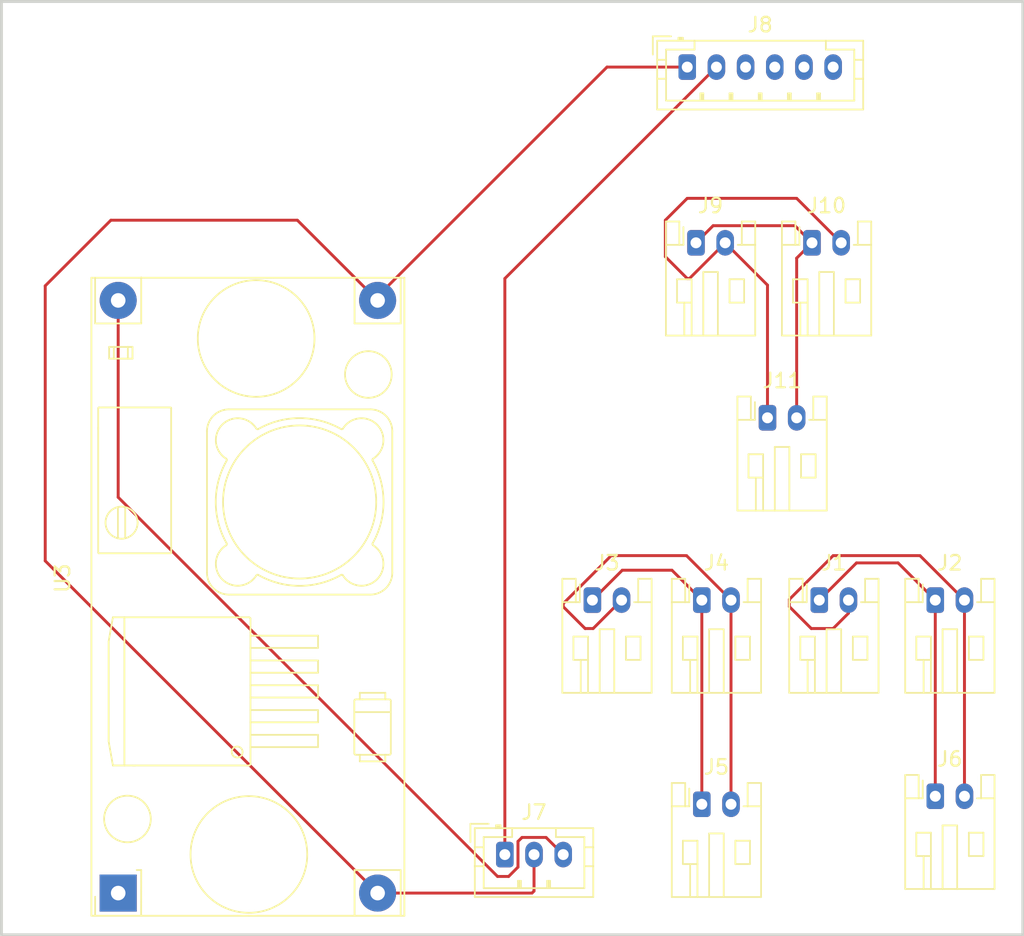
<source format=kicad_pcb>
(kicad_pcb (version 20240108) (generator "pcbnew") (generator_version "8.0")
  (layers (0 "F.Cu" signal) (31 "B.Cu" signal) (34 "B.Paste" user) (35 "F.Paste" user) (36 "B.SilkS" user "B.Silkscreen") (37 "F.SilkS" user "F.Silkscreen") (38 "B.Mask" user) (39 "F.Mask" user) (44 "Edge.Cuts" user))
  (net 0 "")
  (net 1 "GND")
  (net 2 "+5V")
  (net 3 "Net-(J1-Pin_2)")
  (net 4 "Net-(J1-Pin_1)")
  (net 5 "Net-(J3-Pin_1)")
  (net 6 "Net-(J3-Pin_2)")
  (net 7 "+6V")
  (net 8 "VCC")
  (net 9 "IN3")
  (net 10 "IN1")
  (net 11 "IN2")
  (net 12 "IN4")
  (net 13 "Net-(J10-Pin_2)")
  (net 14 "Net-(J10-Pin_1)")
  (footprint "Connector_JST:JST_PH_S2B-PH-K_1x02_P2.00mm_Horizontal" (layer "F.Cu") (at 148 125.05)
    (property "Reference" "J4" (at 1 -2.55 0) (layer "F.SilkS"))
    (property "Value" "R2")
    (fp_line (start -2.06 -1.46) (end -2.06 6.36) (stroke (width 0.12)) (layer "F.SilkS"))
    (fp_line (start -2.06 0.14) (end -1.14 0.14) (stroke (width 0.12)) (layer "F.SilkS"))
    (fp_line (start -2.06 6.36) (end 4.06 6.36) (stroke (width 0.12)) (layer "F.SilkS"))
    (fp_line (start -1.3 2.5) (end -1.3 4.1) (stroke (width 0.12)) (layer "F.SilkS"))
    (fp_line (start -1.3 4.1) (end -0.3 4.1) (stroke (width 0.12)) (layer "F.SilkS"))
    (fp_line (start -1.14 -1.46) (end -2.06 -1.46) (stroke (width 0.12)) (layer "F.SilkS"))
    (fp_line (start -1.14 0.14) (end -1.14 -1.46) (stroke (width 0.12)) (layer "F.SilkS"))
    (fp_line (start -0.86 0.14) (end -1.14 0.14) (stroke (width 0.12)) (layer "F.SilkS"))
    (fp_line (start -0.86 0.14) (end -0.86 -1.075) (stroke (width 0.12)) (layer "F.SilkS"))
    (fp_line (start -0.8 4.1) (end -0.8 6.36) (stroke (width 0.12)) (layer "F.SilkS"))
    (fp_line (start -0.3 2.5) (end -1.3 2.5) (stroke (width 0.12)) (layer "F.SilkS"))
    (fp_line (start -0.3 4.1) (end -0.3 2.5) (stroke (width 0.12)) (layer "F.SilkS"))
    (fp_line (start -0.3 4.1) (end -0.3 6.36) (stroke (width 0.12)) (layer "F.SilkS"))
    (fp_line (start 0.5 2) (end 1.5 2) (stroke (width 0.12)) (layer "F.SilkS"))
    (fp_line (start 0.5 6.36) (end 0.5 2) (stroke (width 0.12)) (layer "F.SilkS"))
    (fp_line (start 1.5 2) (end 1.5 6.36) (stroke (width 0.12)) (layer "F.SilkS"))
    (fp_line (start 2.3 2.5) (end 3.3 2.5) (stroke (width 0.12)) (layer "F.SilkS"))
    (fp_line (start 2.3 4.1) (end 2.3 2.5) (stroke (width 0.12)) (layer "F.SilkS"))
    (fp_line (start 3.14 -1.46) (end 3.14 0.14) (stroke (width 0.12)) (layer "F.SilkS"))
    (fp_line (start 3.14 0.14) (end 2.86 0.14) (stroke (width 0.12)) (layer "F.SilkS"))
    (fp_line (start 3.3 2.5) (end 3.3 4.1) (stroke (width 0.12)) (layer "F.SilkS"))
    (fp_line (start 3.3 4.1) (end 2.3 4.1) (stroke (width 0.12)) (layer "F.SilkS"))
    (fp_line (start 4.06 -1.46) (end 3.14 -1.46) (stroke (width 0.12)) (layer "F.SilkS"))
    (fp_line (start 4.06 0.14) (end 3.14 0.14) (stroke (width 0.12)) (layer "F.SilkS"))
    (fp_line (start 4.06 6.36) (end 4.06 -1.46) (stroke (width 0.12)) (layer "F.SilkS"))
    (pad "1" thru_hole roundrect (at 0 0) (size 1.2 1.75) (drill 0.75) (layers "*.Cu" "*.Mask") (roundrect_rratio 0.208333) (net 5 "Net-(J3-Pin_1)"))
    (pad "2" thru_hole oval (at 2 0) (size 1.2 1.75) (drill 0.75) (layers "*.Cu" "*.Mask") (net 6 "Net-(J3-Pin_2)"))
  )
  (footprint "Connector_JST:JST_PH_S2B-PH-K_1x02_P2.00mm_Horizontal" (layer "F.Cu") (at 156.05 125.05)
    (property "Reference" "J1" (at 1 -2.55 0) (layer "F.SilkS"))
    (property "Value" "L1")
    (fp_line (start -2.06 -1.46) (end -2.06 6.36) (stroke (width 0.12)) (layer "F.SilkS"))
    (fp_line (start -2.06 0.14) (end -1.14 0.14) (stroke (width 0.12)) (layer "F.SilkS"))
    (fp_line (start -2.06 6.36) (end 4.06 6.36) (stroke (width 0.12)) (layer "F.SilkS"))
    (fp_line (start -1.3 2.5) (end -1.3 4.1) (stroke (width 0.12)) (layer "F.SilkS"))
    (fp_line (start -1.3 4.1) (end -0.3 4.1) (stroke (width 0.12)) (layer "F.SilkS"))
    (fp_line (start -1.14 -1.46) (end -2.06 -1.46) (stroke (width 0.12)) (layer "F.SilkS"))
    (fp_line (start -1.14 0.14) (end -1.14 -1.46) (stroke (width 0.12)) (layer "F.SilkS"))
    (fp_line (start -0.86 0.14) (end -1.14 0.14) (stroke (width 0.12)) (layer "F.SilkS"))
    (fp_line (start -0.86 0.14) (end -0.86 -1.075) (stroke (width 0.12)) (layer "F.SilkS"))
    (fp_line (start -0.8 4.1) (end -0.8 6.36) (stroke (width 0.12)) (layer "F.SilkS"))
    (fp_line (start -0.3 2.5) (end -1.3 2.5) (stroke (width 0.12)) (layer "F.SilkS"))
    (fp_line (start -0.3 4.1) (end -0.3 2.5) (stroke (width 0.12)) (layer "F.SilkS"))
    (fp_line (start -0.3 4.1) (end -0.3 6.36) (stroke (width 0.12)) (layer "F.SilkS"))
    (fp_line (start 0.5 2) (end 1.5 2) (stroke (width 0.12)) (layer "F.SilkS"))
    (fp_line (start 0.5 6.36) (end 0.5 2) (stroke (width 0.12)) (layer "F.SilkS"))
    (fp_line (start 1.5 2) (end 1.5 6.36) (stroke (width 0.12)) (layer "F.SilkS"))
    (fp_line (start 2.3 2.5) (end 3.3 2.5) (stroke (width 0.12)) (layer "F.SilkS"))
    (fp_line (start 2.3 4.1) (end 2.3 2.5) (stroke (width 0.12)) (layer "F.SilkS"))
    (fp_line (start 3.14 -1.46) (end 3.14 0.14) (stroke (width 0.12)) (layer "F.SilkS"))
    (fp_line (start 3.14 0.14) (end 2.86 0.14) (stroke (width 0.12)) (layer "F.SilkS"))
    (fp_line (start 3.3 2.5) (end 3.3 4.1) (stroke (width 0.12)) (layer "F.SilkS"))
    (fp_line (start 3.3 4.1) (end 2.3 4.1) (stroke (width 0.12)) (layer "F.SilkS"))
    (fp_line (start 4.06 -1.46) (end 3.14 -1.46) (stroke (width 0.12)) (layer "F.SilkS"))
    (fp_line (start 4.06 0.14) (end 3.14 0.14) (stroke (width 0.12)) (layer "F.SilkS"))
    (fp_line (start 4.06 6.36) (end 4.06 -1.46) (stroke (width 0.12)) (layer "F.SilkS"))
    (pad "1" thru_hole roundrect (at 0 0) (size 1.2 1.75) (drill 0.75) (layers "*.Cu" "*.Mask") (roundrect_rratio 0.208333) (net 4 "Net-(J1-Pin_1)"))
    (pad "2" thru_hole oval (at 2 0) (size 1.2 1.75) (drill 0.75) (layers "*.Cu" "*.Mask") (net 3 "Net-(J1-Pin_2)"))
  )
  (footprint "Connector_JST:JST_PH_S2B-PH-K_1x02_P2.00mm_Horizontal" (layer "F.Cu") (at 164 138.5)
    (property "Reference" "J6" (at 1 -2.55 0) (layer "F.SilkS"))
    (property "Value" "L1+2")
    (fp_line (start -2.06 -1.46) (end -2.06 6.36) (stroke (width 0.12)) (layer "F.SilkS"))
    (fp_line (start -2.06 0.14) (end -1.14 0.14) (stroke (width 0.12)) (layer "F.SilkS"))
    (fp_line (start -2.06 6.36) (end 4.06 6.36) (stroke (width 0.12)) (layer "F.SilkS"))
    (fp_line (start -1.3 2.5) (end -1.3 4.1) (stroke (width 0.12)) (layer "F.SilkS"))
    (fp_line (start -1.3 4.1) (end -0.3 4.1) (stroke (width 0.12)) (layer "F.SilkS"))
    (fp_line (start -1.14 -1.46) (end -2.06 -1.46) (stroke (width 0.12)) (layer "F.SilkS"))
    (fp_line (start -1.14 0.14) (end -1.14 -1.46) (stroke (width 0.12)) (layer "F.SilkS"))
    (fp_line (start -0.86 0.14) (end -1.14 0.14) (stroke (width 0.12)) (layer "F.SilkS"))
    (fp_line (start -0.86 0.14) (end -0.86 -1.075) (stroke (width 0.12)) (layer "F.SilkS"))
    (fp_line (start -0.8 4.1) (end -0.8 6.36) (stroke (width 0.12)) (layer "F.SilkS"))
    (fp_line (start -0.3 2.5) (end -1.3 2.5) (stroke (width 0.12)) (layer "F.SilkS"))
    (fp_line (start -0.3 4.1) (end -0.3 2.5) (stroke (width 0.12)) (layer "F.SilkS"))
    (fp_line (start -0.3 4.1) (end -0.3 6.36) (stroke (width 0.12)) (layer "F.SilkS"))
    (fp_line (start 0.5 2) (end 1.5 2) (stroke (width 0.12)) (layer "F.SilkS"))
    (fp_line (start 0.5 6.36) (end 0.5 2) (stroke (width 0.12)) (layer "F.SilkS"))
    (fp_line (start 1.5 2) (end 1.5 6.36) (stroke (width 0.12)) (layer "F.SilkS"))
    (fp_line (start 2.3 2.5) (end 3.3 2.5) (stroke (width 0.12)) (layer "F.SilkS"))
    (fp_line (start 2.3 4.1) (end 2.3 2.5) (stroke (width 0.12)) (layer "F.SilkS"))
    (fp_line (start 3.14 -1.46) (end 3.14 0.14) (stroke (width 0.12)) (layer "F.SilkS"))
    (fp_line (start 3.14 0.14) (end 2.86 0.14) (stroke (width 0.12)) (layer "F.SilkS"))
    (fp_line (start 3.3 2.5) (end 3.3 4.1) (stroke (width 0.12)) (layer "F.SilkS"))
    (fp_line (start 3.3 4.1) (end 2.3 4.1) (stroke (width 0.12)) (layer "F.SilkS"))
    (fp_line (start 4.06 -1.46) (end 3.14 -1.46) (stroke (width 0.12)) (layer "F.SilkS"))
    (fp_line (start 4.06 0.14) (end 3.14 0.14) (stroke (width 0.12)) (layer "F.SilkS"))
    (fp_line (start 4.06 6.36) (end 4.06 -1.46) (stroke (width 0.12)) (layer "F.SilkS"))
    (pad "1" thru_hole roundrect (at 0 0) (size 1.2 1.75) (drill 0.75) (layers "*.Cu" "*.Mask") (roundrect_rratio 0.208333) (net 4 "Net-(J1-Pin_1)"))
    (pad "2" thru_hole oval (at 2 0) (size 1.2 1.75) (drill 0.75) (layers "*.Cu" "*.Mask") (net 3 "Net-(J1-Pin_2)"))
  )
  (footprint "Connector_JST:JST_PH_S2B-PH-K_1x02_P2.00mm_Horizontal" (layer "F.Cu") (at 164 125.05)
    (property "Reference" "J2" (at 1 -2.55 0) (layer "F.SilkS"))
    (property "Value" "L2")
    (fp_line (start -2.06 -1.46) (end -2.06 6.36) (stroke (width 0.12)) (layer "F.SilkS"))
    (fp_line (start -2.06 0.14) (end -1.14 0.14) (stroke (width 0.12)) (layer "F.SilkS"))
    (fp_line (start -2.06 6.36) (end 4.06 6.36) (stroke (width 0.12)) (layer "F.SilkS"))
    (fp_line (start -1.3 2.5) (end -1.3 4.1) (stroke (width 0.12)) (layer "F.SilkS"))
    (fp_line (start -1.3 4.1) (end -0.3 4.1) (stroke (width 0.12)) (layer "F.SilkS"))
    (fp_line (start -1.14 -1.46) (end -2.06 -1.46) (stroke (width 0.12)) (layer "F.SilkS"))
    (fp_line (start -1.14 0.14) (end -1.14 -1.46) (stroke (width 0.12)) (layer "F.SilkS"))
    (fp_line (start -0.86 0.14) (end -1.14 0.14) (stroke (width 0.12)) (layer "F.SilkS"))
    (fp_line (start -0.86 0.14) (end -0.86 -1.075) (stroke (width 0.12)) (layer "F.SilkS"))
    (fp_line (start -0.8 4.1) (end -0.8 6.36) (stroke (width 0.12)) (layer "F.SilkS"))
    (fp_line (start -0.3 2.5) (end -1.3 2.5) (stroke (width 0.12)) (layer "F.SilkS"))
    (fp_line (start -0.3 4.1) (end -0.3 2.5) (stroke (width 0.12)) (layer "F.SilkS"))
    (fp_line (start -0.3 4.1) (end -0.3 6.36) (stroke (width 0.12)) (layer "F.SilkS"))
    (fp_line (start 0.5 2) (end 1.5 2) (stroke (width 0.12)) (layer "F.SilkS"))
    (fp_line (start 0.5 6.36) (end 0.5 2) (stroke (width 0.12)) (layer "F.SilkS"))
    (fp_line (start 1.5 2) (end 1.5 6.36) (stroke (width 0.12)) (layer "F.SilkS"))
    (fp_line (start 2.3 2.5) (end 3.3 2.5) (stroke (width 0.12)) (layer "F.SilkS"))
    (fp_line (start 2.3 4.1) (end 2.3 2.5) (stroke (width 0.12)) (layer "F.SilkS"))
    (fp_line (start 3.14 -1.46) (end 3.14 0.14) (stroke (width 0.12)) (layer "F.SilkS"))
    (fp_line (start 3.14 0.14) (end 2.86 0.14) (stroke (width 0.12)) (layer "F.SilkS"))
    (fp_line (start 3.3 2.5) (end 3.3 4.1) (stroke (width 0.12)) (layer "F.SilkS"))
    (fp_line (start 3.3 4.1) (end 2.3 4.1) (stroke (width 0.12)) (layer "F.SilkS"))
    (fp_line (start 4.06 -1.46) (end 3.14 -1.46) (stroke (width 0.12)) (layer "F.SilkS"))
    (fp_line (start 4.06 0.14) (end 3.14 0.14) (stroke (width 0.12)) (layer "F.SilkS"))
    (fp_line (start 4.06 6.36) (end 4.06 -1.46) (stroke (width 0.12)) (layer "F.SilkS"))
    (pad "1" thru_hole roundrect (at 0 0) (size 1.2 1.75) (drill 0.75) (layers "*.Cu" "*.Mask") (roundrect_rratio 0.208333) (net 4 "Net-(J1-Pin_1)"))
    (pad "2" thru_hole oval (at 2 0) (size 1.2 1.75) (drill 0.75) (layers "*.Cu" "*.Mask") (net 3 "Net-(J1-Pin_2)"))
  )
  (footprint "lm2596:YAAJ_DCDC_StepDown_LM2596" (layer "F.Cu") (at 108 145.14 90)
    (property "Reference" "U3" (at 21.59 -3.81 90) (layer "F.SilkS"))
    (property "Value" "YAAJ_DCDC_StepDown_LM2596")
    (fp_line (start 42.195 -1.835) (end -1.555 -1.835) (stroke (width 0.12)) (layer "F.SilkS"))
    (fp_line (start -1.555 -1.835) (end -1.555 19.615) (stroke (width 0.12)) (layer "F.SilkS"))
    (fp_line (start 39.06 -1.58) (end 42.175 -1.58) (stroke (width 0.12)) (layer "F.SilkS"))
    (fp_line (start -1.55 -1.58) (end -0.25 -1.58) (stroke (width 0.12)) (layer "F.SilkS"))
    (fp_line (start 31.942312 -1.368705) (end 31.908357 -1.368705) (stroke (width 0.12)) (layer "F.SilkS"))
    (fp_line (start 31.858978 -1.368705) (end 31.814106 -1.368705) (stroke (width 0.12)) (layer "F.SilkS"))
    (fp_line (start 23.349783 -1.367705) (end 33.249783 -1.367705) (stroke (width 0.12)) (layer "F.SilkS"))
    (fp_line (start 33.299783 -1.317705) (end 33.299783 3.582294) (stroke (width 0.12)) (layer "F.SilkS"))
    (fp_line (start 17.260233 -0.653329) (end 18.910233 -0.36239) (stroke (width 0.12)) (layer "F.SilkS"))
    (fp_line (start 10.400233 -0.653329) (end 17.260233 -0.653329) (stroke (width 0.12)) (layer "F.SilkS"))
    (fp_line (start 37.448681 -0.619704) (end 36.648681 -0.619704) (stroke (width 0.12)) (layer "F.SilkS"))
    (fp_line (start 37.448681 -0.619704) (end 37.448681 0.980295) (stroke (width 0.12)) (layer "F.SilkS"))
    (fp_line (start 8.750233 -0.36239) (end 10.400233 -0.653329) (stroke (width 0.12)) (layer "F.SilkS"))
    (fp_line (start 36.648681 -0.299704) (end 37.448681 -0.299704) (stroke (width 0.12)) (layer "F.SilkS"))
    (fp_line (start 24.336385 -0.0491) (end 24.360553 -0.017705) (stroke (width 0.12)) (layer "F.SilkS"))
    (fp_line (start 26.439014 -0.017705) (end 24.360553 -0.017705) (stroke (width 0.12)) (layer "F.SilkS"))
    (fp_line (start 24.348594 0.007294) (end 24.355764 -0.023925) (stroke (width 0.12)) (layer "F.SilkS"))
    (fp_line (start 24.348594 0.007294) (end 24.360553 -0.017705) (stroke (width 0.12)) (layer "F.SilkS"))
    (fp_line (start 24.348594 0.007294) (end 24.324147 0.002062) (stroke (width 0.12)) (layer "F.SilkS"))
    (fp_line (start 18.910233 0.42667) (end 8.750233 0.42667) (stroke (width 0.12)) (layer "F.SilkS"))
    (fp_line (start 24.360553 0.482294) (end 26.439014 0.482294) (stroke (width 0.12)) (layer "F.SilkS"))
    (fp_line (start 37.448681 0.660295) (end 36.648681 0.660295) (stroke (width 0.12)) (layer "F.SilkS"))
    (fp_line (start 37.448681 0.980295) (end 36.648681 0.980295) (stroke (width 0.12)) (layer "F.SilkS"))
    (fp_line (start 36.648681 0.980295) (end 36.648681 -0.619704) (stroke (width 0.12)) (layer "F.SilkS"))
    (fp_line (start 8.749233 1.004149) (end 8.749233 1.165687) (stroke (width 0.12)) (layer "F.SilkS"))
    (fp_line (start 1.58 1.27) (end 1.58 1.58) (stroke (width 0.12)) (layer "F.SilkS"))
    (fp_line (start -1.55 1.575) (end 1.58 1.58) (stroke (width 0.12)) (layer "F.SilkS"))
    (fp_line (start 39.06 1.58) (end 39.06 -1.58) (stroke (width 0.12)) (layer "F.SilkS"))
    (fp_line (start 39.06 1.58) (end 42.22 1.58) (stroke (width 0.12)) (layer "F.SilkS"))
    (fp_line (start 23.299783 3.582294) (end 23.299783 -1.317705) (stroke (width 0.12)) (layer "F.SilkS"))
    (fp_line (start 33.249783 3.632294) (end 23.349783 3.632294) (stroke (width 0.12)) (layer "F.SilkS"))
    (fp_line (start 31.667397 6.085796) (end 21.967397 6.085796) (stroke (width 0.12)) (layer "F.SilkS"))
    (fp_line (start 20.467397 7.585796) (end 20.467397 17.285796) (stroke (width 0.12)) (layer "F.SilkS"))
    (fp_line (start 18.910233 8.989106) (end 18.910233 -0.36239) (stroke (width 0.12)) (layer "F.SilkS"))
    (fp_line (start 8.750233 8.989106) (end 8.750233 -0.36239) (stroke (width 0.12)) (layer "F.SilkS"))
    (fp_line (start 8.750233 8.989106) (end 8.827797 9.06667) (stroke (width 0.12)) (layer "F.SilkS"))
    (fp_line (start 18.83267 9.06667) (end 18.910233 8.989106) (stroke (width 0.12)) (layer "F.SilkS"))
    (fp_line (start 8.827797 9.06667) (end 18.83267 9.06667) (stroke (width 0.12)) (layer "F.SilkS"))
    (fp_line (start 17.650233 13.69667) (end 17.650233 9.06667) (stroke (width 0.12)) (layer "F.SilkS"))
    (fp_line (start 16.810233 13.69667) (end 16.810233 9.06667) (stroke (width 0.12)) (layer "F.SilkS"))
    (fp_line (start 16.810233 13.69667) (end 17.650233 13.69667) (stroke (width 0.12)) (layer "F.SilkS"))
    (fp_line (start 15.950233 13.69667) (end 15.950233 9.06667) (stroke (width 0.12)) (layer "F.SilkS"))
    (fp_line (start 15.110233 13.69667) (end 15.110233 9.06667) (stroke (width 0.12)) (layer "F.SilkS"))
    (fp_line (start 15.110233 13.69667) (end 15.950233 13.69667) (stroke (width 0.12)) (layer "F.SilkS"))
    (fp_line (start 14.250233 13.69667) (end 14.250233 9.06667) (stroke (width 0.12)) (layer "F.SilkS"))
    (fp_line (start 13.410233 13.69667) (end 13.410233 9.06667) (stroke (width 0.12)) (layer "F.SilkS"))
    (fp_line (start 13.410233 13.69667) (end 14.250233 13.69667) (stroke (width 0.12)) (layer "F.SilkS"))
    (fp_line (start 12.550233 13.69667) (end 12.550233 9.06667) (stroke (width 0.12)) (layer "F.SilkS"))
    (fp_line (start 11.710233 13.69667) (end 11.710233 9.06667) (stroke (width 0.12)) (layer "F.SilkS"))
    (fp_line (start 11.710233 13.69667) (end 12.550233 13.69667) (stroke (width 0.12)) (layer "F.SilkS"))
    (fp_line (start 10.850233 13.69667) (end 10.850233 9.06667) (stroke (width 0.12)) (layer "F.SilkS"))
    (fp_line (start 10.010233 13.69667) (end 10.010233 9.06667) (stroke (width 0.12)) (layer "F.SilkS"))
    (fp_line (start 10.010233 13.69667) (end 10.850233 13.69667) (stroke (width 0.12)) (layer "F.SilkS"))
    (fp_line (start 9.581636 16.183217) (end 13.181636 16.183217) (stroke (width 0.12)) (layer "F.SilkS"))
    (fp_line (start 39.06 16.2) (end 42.175 16.2) (stroke (width 0.12)) (layer "F.SilkS"))
    (fp_line (start 1.58 16.2) (end 1.58 19.36) (stroke (width 0.12)) (layer "F.SilkS"))
    (fp_line (start -1.55 16.2) (end 1.58 16.2) (stroke (width 0.12)) (layer "F.SilkS"))
    (fp_line (start 13.281636 16.283217) (end 13.281636 18.583217) (stroke (width 0.12)) (layer "F.SilkS"))
    (fp_line (start 12.411358 16.283217) (end 12.411358 18.583217) (stroke (width 0.12)) (layer "F.SilkS"))
    (fp_line (start 13.731636 16.558217) (end 13.731636 18.308217) (stroke (width 0.12)) (layer "F.SilkS"))
    (fp_line (start 13.281636 16.558217) (end 13.731636 16.558217) (stroke (width 0.12)) (layer "F.SilkS"))
    (fp_line (start 9.031636 16.558217) (end 9.481636 16.558217) (stroke (width 0.12)) (layer "F.SilkS"))
    (fp_line (start 13.282636 16.794696) (end 13.282636 16.700144) (stroke (width 0.12)) (layer "F.SilkS"))
    (fp_line (start 33.167397 17.285796) (end 33.167397 7.585796) (stroke (width 0.12)) (layer "F.SilkS"))
    (fp_line (start 13.731636 18.308217) (end 13.281636 18.308217) (stroke (width 0.12)) (layer "F.SilkS"))
    (fp_line (start 9.481636 18.308217) (end 9.031636 18.308217) (stroke (width 0.12)) (layer "F.SilkS"))
    (fp_line (start 9.031636 18.308217) (end 9.031636 16.558217) (stroke (width 0.12)) (layer "F.SilkS"))
    (fp_line (start 9.481636 18.583217) (end 9.481636 16.283217) (stroke (width 0.12)) (layer "F.SilkS"))
    (fp_line (start 13.181636 18.683217) (end 9.581636 18.683217) (stroke (width 0.12)) (layer "F.SilkS"))
    (fp_line (start 21.967397 18.785796) (end 31.667397 18.785796) (stroke (width 0.12)) (layer "F.SilkS"))
    (fp_line (start 39.06 19.36) (end 39.06 16.2) (stroke (width 0.12)) (layer "F.SilkS"))
    (fp_line (start 39.06 19.36) (end 42.175 19.36) (stroke (width 0.12)) (layer "F.SilkS"))
    (fp_line (start -1.55 19.36) (end 1.58 19.36) (stroke (width 0.12)) (layer "F.SilkS"))
    (fp_line (start 42.195 19.615) (end 42.195 -1.835) (stroke (width 0.12)) (layer "F.SilkS"))
    (fp_line (start -1.555 19.615) (end 42.195 19.615) (stroke (width 0.12)) (layer "F.SilkS"))
    (fp_arc (start 33.249783 -1.367705) (mid 33.285151 -1.353067) (end 33.299783 -1.317705) (stroke (width 0.12)) (layer "F.SilkS"))
    (fp_arc (start 23.299783 -1.317705) (mid 23.314428 -1.353063) (end 23.349783 -1.367705) (stroke (width 0.12)) (layer "F.SilkS"))
    (fp_arc (start 24.324148 0.462527) (mid 26.469639 -0.023582) (end 24.336385 0.51369) (stroke (width 0.12)) (layer "F.SilkS"))
    (fp_arc (start 33.299783 3.582294) (mid 33.285139 3.617647) (end 33.249783 3.632294) (stroke (width 0.12)) (layer "F.SilkS"))
    (fp_arc (start 23.349783 3.632294) (mid 23.314441 3.617643) (end 23.299783 3.582294) (stroke (width 0.12)) (layer "F.SilkS"))
    (fp_arc (start 31.667397 6.085796) (mid 32.728061 6.525135) (end 33.167397 7.585796) (stroke (width 0.12)) (layer "F.SilkS"))
    (fp_arc (start 29.787183 7.399531) (mid 29.726945 7.443551) (end 29.653011 7.433617) (stroke (width 0.12)) (layer "F.SilkS"))
    (fp_arc (start 29.787183 7.399531) (mid 32.120655 7.132547) (end 31.853662 9.466011) (stroke (width 0.12)) (layer "F.SilkS"))
    (fp_arc (start 23.981784 7.433617) (mid 26.817398 6.685796) (end 29.653011 7.433617) (stroke (width 0.12)) (layer "F.SilkS"))
    (fp_arc (start 23.981783 7.433617) (mid 23.907859 7.44352) (end 23.847611 7.399531) (stroke (width 0.12)) (layer "F.SilkS"))
    (fp_arc (start 20.467397 7.585796) (mid 20.906738 6.525137) (end 21.967397 6.085796) (stroke (width 0.12)) (layer "F.SilkS"))
    (fp_arc (start 21.781131 9.46601) (mid 21.825155 9.526249) (end 21.815218 9.600183) (stroke (width 0.12)) (layer "F.SilkS"))
    (fp_arc (start 21.781132 9.466011) (mid 21.514101 7.132501) (end 23.847611 7.399531) (stroke (width 0.12)) (layer "F.SilkS"))
    (fp_arc (start 31.819576 9.600183) (mid 32.567399 12.435797) (end 31.819576 15.27141) (stroke (width 0.12)) (layer "F.SilkS"))
    (fp_arc (start 31.819577 9.600184) (mid 31.809674 9.526259) (end 31.853662 9.466011) (stroke (width 0.12)) (layer "F.SilkS"))
    (fp_arc (start 21.815217 15.271409) (mid 21.825126 15.345337) (end 21.781132 15.405582) (stroke (width 0.12)) (layer "F.SilkS"))
    (fp_arc (start 21.815218 15.27141) (mid 21.067399 12.435797) (end 21.815218 9.600183) (stroke (width 0.12)) (layer "F.SilkS"))
    (fp_arc (start 31.853662 15.405582) (mid 32.120701 17.739101) (end 29.787183 17.472062) (stroke (width 0.12)) (layer "F.SilkS"))
    (fp_arc (start 31.853663 15.405583) (mid 31.809646 15.345344) (end 31.819576 15.27141) (stroke (width 0.12)) (layer "F.SilkS"))
    (fp_arc (start 13.181636 16.183217) (mid 13.252317 16.21252) (end 13.281636 16.283217) (stroke (width 0.12)) (layer "F.SilkS"))
    (fp_arc (start 9.481636 16.283217) (mid 9.510921 16.212508) (end 9.581636 16.183217) (stroke (width 0.12)) (layer "F.SilkS"))
    (fp_arc (start 33.167397 17.285796) (mid 32.728058 18.346458) (end 31.667397 18.785796) (stroke (width 0.12)) (layer "F.SilkS"))
    (fp_arc (start 29.653011 17.437976) (mid 26.817397 18.185797) (end 23.981783 17.437976) (stroke (width 0.12)) (layer "F.SilkS"))
    (fp_arc (start 29.653011 17.437976) (mid 29.726938 17.428069) (end 29.787183 17.472062) (stroke (width 0.12)) (layer "F.SilkS"))
    (fp_arc (start 23.847611 17.472062) (mid 21.514153 17.739048) (end 21.781132 15.405582) (stroke (width 0.12)) (layer "F.SilkS"))
    (fp_arc (start 23.847611 17.472062) (mid 23.90785 17.428041) (end 23.981783 17.437976) (stroke (width 0.12)) (layer "F.SilkS"))
    (fp_arc (start 13.281636 18.583217) (mid 13.252343 18.653929) (end 13.181636 18.683217) (stroke (width 0.12)) (layer "F.SilkS"))
    (fp_arc (start 9.581636 18.683217) (mid 9.510896 18.653941) (end 9.481636 18.583217) (stroke (width 0.12)) (layer "F.SilkS"))
    (fp_arc (start 21.967397 18.785796) (mid 20.90674 18.346455) (end 20.467397 17.285796) (stroke (width 0.12)) (layer "F.SilkS"))
    (fp_circle (center 5.08 0.635) (end 6.678999 0.635) (stroke (width 0.12)) (fill none) (layer "F.SilkS"))
    (fp_circle (center 9.673179 8.154594) (end 10.048179 8.154594) (stroke (width 0.12)) (fill none) (layer "F.SilkS"))
    (fp_circle (center 2.646666 8.957418) (end 6.646666 8.957418) (stroke (width 0.12)) (fill none) (layer "F.SilkS"))
    (fp_circle (center 38.029307 9.455206) (end 42.029307 9.455206) (stroke (width 0.12)) (fill none) (layer "F.SilkS"))
    (fp_circle (center 26.817397 12.435796) (end 32.067397 12.435796) (stroke (width 0.12)) (fill none) (layer "F.SilkS"))
    (fp_circle (center 35.56 17.145) (end 37.159 17.145) (stroke (width 0.12)) (fill none) (layer "F.SilkS"))
    (pad "1" thru_hole rect (at 0 0 90) (size 2.54 2.54) (drill 1) (layers "*.Cu" "*.Mask") (net 8 "VCC"))
    (pad "2" thru_hole circle (at 0 17.78 90) (size 2.54 2.54) (drill 1) (layers "*.Cu" "*.Mask") (net 1 "GND"))
    (pad "3" thru_hole circle (at 40.64 17.78 90) (size 2.54 2.54) (drill 1) (layers "*.Cu" "*.Mask") (net 1 "GND"))
    (pad "4" thru_hole circle (at 40.64 0 90) (size 2.54 2.54) (drill 1) (layers "*.Cu" "*.Mask") (net 7 "+6V"))
  )
  (footprint "Connector_JST:JST_PH_S2B-PH-K_1x02_P2.00mm_Horizontal" (layer "F.Cu") (at 147.6 100.55)
    (property "Reference" "J9" (at 1 -2.55 0) (layer "F.SilkS"))
    (property "Value" "FL1")
    (fp_line (start -2.06 -1.46) (end -2.06 6.36) (stroke (width 0.12)) (layer "F.SilkS"))
    (fp_line (start -2.06 0.14) (end -1.14 0.14) (stroke (width 0.12)) (layer "F.SilkS"))
    (fp_line (start -2.06 6.36) (end 4.06 6.36) (stroke (width 0.12)) (layer "F.SilkS"))
    (fp_line (start -1.3 2.5) (end -1.3 4.1) (stroke (width 0.12)) (layer "F.SilkS"))
    (fp_line (start -1.3 4.1) (end -0.3 4.1) (stroke (width 0.12)) (layer "F.SilkS"))
    (fp_line (start -1.14 -1.46) (end -2.06 -1.46) (stroke (width 0.12)) (layer "F.SilkS"))
    (fp_line (start -1.14 0.14) (end -1.14 -1.46) (stroke (width 0.12)) (layer "F.SilkS"))
    (fp_line (start -0.86 0.14) (end -1.14 0.14) (stroke (width 0.12)) (layer "F.SilkS"))
    (fp_line (start -0.86 0.14) (end -0.86 -1.075) (stroke (width 0.12)) (layer "F.SilkS"))
    (fp_line (start -0.8 4.1) (end -0.8 6.36) (stroke (width 0.12)) (layer "F.SilkS"))
    (fp_line (start -0.3 2.5) (end -1.3 2.5) (stroke (width 0.12)) (layer "F.SilkS"))
    (fp_line (start -0.3 4.1) (end -0.3 2.5) (stroke (width 0.12)) (layer "F.SilkS"))
    (fp_line (start -0.3 4.1) (end -0.3 6.36) (stroke (width 0.12)) (layer "F.SilkS"))
    (fp_line (start 0.5 2) (end 1.5 2) (stroke (width 0.12)) (layer "F.SilkS"))
    (fp_line (start 0.5 6.36) (end 0.5 2) (stroke (width 0.12)) (layer "F.SilkS"))
    (fp_line (start 1.5 2) (end 1.5 6.36) (stroke (width 0.12)) (layer "F.SilkS"))
    (fp_line (start 2.3 2.5) (end 3.3 2.5) (stroke (width 0.12)) (layer "F.SilkS"))
    (fp_line (start 2.3 4.1) (end 2.3 2.5) (stroke (width 0.12)) (layer "F.SilkS"))
    (fp_line (start 3.14 -1.46) (end 3.14 0.14) (stroke (width 0.12)) (layer "F.SilkS"))
    (fp_line (start 3.14 0.14) (end 2.86 0.14) (stroke (width 0.12)) (layer "F.SilkS"))
    (fp_line (start 3.3 2.5) (end 3.3 4.1) (stroke (width 0.12)) (layer "F.SilkS"))
    (fp_line (start 3.3 4.1) (end 2.3 4.1) (stroke (width 0.12)) (layer "F.SilkS"))
    (fp_line (start 4.06 -1.46) (end 3.14 -1.46) (stroke (width 0.12)) (layer "F.SilkS"))
    (fp_line (start 4.06 0.14) (end 3.14 0.14) (stroke (width 0.12)) (layer "F.SilkS"))
    (fp_line (start 4.06 6.36) (end 4.06 -1.46) (stroke (width 0.12)) (layer "F.SilkS"))
    (pad "1" thru_hole roundrect (at 0 0) (size 1.2 1.75) (drill 0.75) (layers "*.Cu" "*.Mask") (roundrect_rratio 0.208333) (net 14 "Net-(J10-Pin_1)"))
    (pad "2" thru_hole oval (at 2 0) (size 1.2 1.75) (drill 0.75) (layers "*.Cu" "*.Mask") (net 13 "Net-(J10-Pin_2)"))
  )
  (footprint "Connector_JST:JST_PH_B3B-PH-K_1x03_P2.00mm_Vertical" (layer "F.Cu") (at 134.5 142.5)
    (property "Reference" "J7" (at 2 -2.9 0) (layer "F.SilkS"))
    (property "Value" "Conn_01x03")
    (fp_line (start -2.36 -2.11) (end -2.36 -0.86) (stroke (width 0.12)) (layer "F.SilkS"))
    (fp_line (start -2.06 -1.81) (end -2.06 2.91) (stroke (width 0.12)) (layer "F.SilkS"))
    (fp_line (start -2.06 -0.5) (end -1.45 -0.5) (stroke (width 0.12)) (layer "F.SilkS"))
    (fp_line (start -2.06 0.8) (end -1.45 0.8) (stroke (width 0.12)) (layer "F.SilkS"))
    (fp_line (start -2.06 2.91) (end 6.06 2.91) (stroke (width 0.12)) (layer "F.SilkS"))
    (fp_line (start -1.45 -1.2) (end -1.45 2.3) (stroke (width 0.12)) (layer "F.SilkS"))
    (fp_line (start -1.45 2.3) (end 5.45 2.3) (stroke (width 0.12)) (layer "F.SilkS"))
    (fp_line (start -1.11 -2.11) (end -2.36 -2.11) (stroke (width 0.12)) (layer "F.SilkS"))
    (fp_line (start -0.6 -2.01) (end -0.6 -1.81) (stroke (width 0.12)) (layer "F.SilkS"))
    (fp_line (start -0.3 -2.01) (end -0.6 -2.01) (stroke (width 0.12)) (layer "F.SilkS"))
    (fp_line (start -0.3 -1.91) (end -0.6 -1.91) (stroke (width 0.12)) (layer "F.SilkS"))
    (fp_line (start -0.3 -1.81) (end -0.3 -2.01) (stroke (width 0.12)) (layer "F.SilkS"))
    (fp_line (start 0.5 -1.81) (end 0.5 -1.2) (stroke (width 0.12)) (layer "F.SilkS"))
    (fp_line (start 0.5 -1.2) (end -1.45 -1.2) (stroke (width 0.12)) (layer "F.SilkS"))
    (fp_line (start 0.9 1.8) (end 1.1 1.8) (stroke (width 0.12)) (layer "F.SilkS"))
    (fp_line (start 0.9 2.3) (end 0.9 1.8) (stroke (width 0.12)) (layer "F.SilkS"))
    (fp_line (start 1 2.3) (end 1 1.8) (stroke (width 0.12)) (layer "F.SilkS"))
    (fp_line (start 1.1 1.8) (end 1.1 2.3) (stroke (width 0.12)) (layer "F.SilkS"))
    (fp_line (start 2.9 1.8) (end 3.1 1.8) (stroke (width 0.12)) (layer "F.SilkS"))
    (fp_line (start 2.9 2.3) (end 2.9 1.8) (stroke (width 0.12)) (layer "F.SilkS"))
    (fp_line (start 3 2.3) (end 3 1.8) (stroke (width 0.12)) (layer "F.SilkS"))
    (fp_line (start 3.1 1.8) (end 3.1 2.3) (stroke (width 0.12)) (layer "F.SilkS"))
    (fp_line (start 3.5 -1.2) (end 3.5 -1.81) (stroke (width 0.12)) (layer "F.SilkS"))
    (fp_line (start 5.45 -1.2) (end 3.5 -1.2) (stroke (width 0.12)) (layer "F.SilkS"))
    (fp_line (start 5.45 2.3) (end 5.45 -1.2) (stroke (width 0.12)) (layer "F.SilkS"))
    (fp_line (start 6.06 -1.81) (end -2.06 -1.81) (stroke (width 0.12)) (layer "F.SilkS"))
    (fp_line (start 6.06 -0.5) (end 5.45 -0.5) (stroke (width 0.12)) (layer "F.SilkS"))
    (fp_line (start 6.06 0.8) (end 5.45 0.8) (stroke (width 0.12)) (layer "F.SilkS"))
    (fp_line (start 6.06 2.91) (end 6.06 -1.81) (stroke (width 0.12)) (layer "F.SilkS"))
    (pad "1" thru_hole roundrect (at 0 0) (size 1.2 1.75) (drill 0.75) (layers "*.Cu" "*.Mask") (roundrect_rratio 0.208333) (net 2 "+5V"))
    (pad "2" thru_hole oval (at 2 0) (size 1.2 1.75) (drill 0.75) (layers "*.Cu" "*.Mask") (net 1 "GND"))
    (pad "3" thru_hole oval (at 4 0) (size 1.2 1.75) (drill 0.75) (layers "*.Cu" "*.Mask") (net 7 "+6V"))
  )
  (footprint "Connector_JST:JST_PH_S2B-PH-K_1x02_P2.00mm_Horizontal" (layer "F.Cu") (at 155.55 100.55)
    (property "Reference" "J10" (at 1 -2.55 0) (layer "F.SilkS"))
    (property "Value" "FL2")
    (fp_line (start -2.06 -1.46) (end -2.06 6.36) (stroke (width 0.12)) (layer "F.SilkS"))
    (fp_line (start -2.06 0.14) (end -1.14 0.14) (stroke (width 0.12)) (layer "F.SilkS"))
    (fp_line (start -2.06 6.36) (end 4.06 6.36) (stroke (width 0.12)) (layer "F.SilkS"))
    (fp_line (start -1.3 2.5) (end -1.3 4.1) (stroke (width 0.12)) (layer "F.SilkS"))
    (fp_line (start -1.3 4.1) (end -0.3 4.1) (stroke (width 0.12)) (layer "F.SilkS"))
    (fp_line (start -1.14 -1.46) (end -2.06 -1.46) (stroke (width 0.12)) (layer "F.SilkS"))
    (fp_line (start -1.14 0.14) (end -1.14 -1.46) (stroke (width 0.12)) (layer "F.SilkS"))
    (fp_line (start -0.86 0.14) (end -1.14 0.14) (stroke (width 0.12)) (layer "F.SilkS"))
    (fp_line (start -0.86 0.14) (end -0.86 -1.075) (stroke (width 0.12)) (layer "F.SilkS"))
    (fp_line (start -0.8 4.1) (end -0.8 6.36) (stroke (width 0.12)) (layer "F.SilkS"))
    (fp_line (start -0.3 2.5) (end -1.3 2.5) (stroke (width 0.12)) (layer "F.SilkS"))
    (fp_line (start -0.3 4.1) (end -0.3 2.5) (stroke (width 0.12)) (layer "F.SilkS"))
    (fp_line (start -0.3 4.1) (end -0.3 6.36) (stroke (width 0.12)) (layer "F.SilkS"))
    (fp_line (start 0.5 2) (end 1.5 2) (stroke (width 0.12)) (layer "F.SilkS"))
    (fp_line (start 0.5 6.36) (end 0.5 2) (stroke (width 0.12)) (layer "F.SilkS"))
    (fp_line (start 1.5 2) (end 1.5 6.36) (stroke (width 0.12)) (layer "F.SilkS"))
    (fp_line (start 2.3 2.5) (end 3.3 2.5) (stroke (width 0.12)) (layer "F.SilkS"))
    (fp_line (start 2.3 4.1) (end 2.3 2.5) (stroke (width 0.12)) (layer "F.SilkS"))
    (fp_line (start 3.14 -1.46) (end 3.14 0.14) (stroke (width 0.12)) (layer "F.SilkS"))
    (fp_line (start 3.14 0.14) (end 2.86 0.14) (stroke (width 0.12)) (layer "F.SilkS"))
    (fp_line (start 3.3 2.5) (end 3.3 4.1) (stroke (width 0.12)) (layer "F.SilkS"))
    (fp_line (start 3.3 4.1) (end 2.3 4.1) (stroke (width 0.12)) (layer "F.SilkS"))
    (fp_line (start 4.06 -1.46) (end 3.14 -1.46) (stroke (width 0.12)) (layer "F.SilkS"))
    (fp_line (start 4.06 0.14) (end 3.14 0.14) (stroke (width 0.12)) (layer "F.SilkS"))
    (fp_line (start 4.06 6.36) (end 4.06 -1.46) (stroke (width 0.12)) (layer "F.SilkS"))
    (pad "1" thru_hole roundrect (at 0 0) (size 1.2 1.75) (drill 0.75) (layers "*.Cu" "*.Mask") (roundrect_rratio 0.208333) (net 14 "Net-(J10-Pin_1)"))
    (pad "2" thru_hole oval (at 2 0) (size 1.2 1.75) (drill 0.75) (layers "*.Cu" "*.Mask") (net 13 "Net-(J10-Pin_2)"))
  )
  (footprint "Connector_JST:JST_PH_S2B-PH-K_1x02_P2.00mm_Horizontal" (layer "F.Cu") (at 140.5 125.05)
    (property "Reference" "J3" (at 1 -2.55 0) (layer "F.SilkS"))
    (property "Value" "R1")
    (fp_line (start -2.06 -1.46) (end -2.06 6.36) (stroke (width 0.12)) (layer "F.SilkS"))
    (fp_line (start -2.06 0.14) (end -1.14 0.14) (stroke (width 0.12)) (layer "F.SilkS"))
    (fp_line (start -2.06 6.36) (end 4.06 6.36) (stroke (width 0.12)) (layer "F.SilkS"))
    (fp_line (start -1.3 2.5) (end -1.3 4.1) (stroke (width 0.12)) (layer "F.SilkS"))
    (fp_line (start -1.3 4.1) (end -0.3 4.1) (stroke (width 0.12)) (layer "F.SilkS"))
    (fp_line (start -1.14 -1.46) (end -2.06 -1.46) (stroke (width 0.12)) (layer "F.SilkS"))
    (fp_line (start -1.14 0.14) (end -1.14 -1.46) (stroke (width 0.12)) (layer "F.SilkS"))
    (fp_line (start -0.86 0.14) (end -1.14 0.14) (stroke (width 0.12)) (layer "F.SilkS"))
    (fp_line (start -0.86 0.14) (end -0.86 -1.075) (stroke (width 0.12)) (layer "F.SilkS"))
    (fp_line (start -0.8 4.1) (end -0.8 6.36) (stroke (width 0.12)) (layer "F.SilkS"))
    (fp_line (start -0.3 2.5) (end -1.3 2.5) (stroke (width 0.12)) (layer "F.SilkS"))
    (fp_line (start -0.3 4.1) (end -0.3 2.5) (stroke (width 0.12)) (layer "F.SilkS"))
    (fp_line (start -0.3 4.1) (end -0.3 6.36) (stroke (width 0.12)) (layer "F.SilkS"))
    (fp_line (start 0.5 2) (end 1.5 2) (stroke (width 0.12)) (layer "F.SilkS"))
    (fp_line (start 0.5 6.36) (end 0.5 2) (stroke (width 0.12)) (layer "F.SilkS"))
    (fp_line (start 1.5 2) (end 1.5 6.36) (stroke (width 0.12)) (layer "F.SilkS"))
    (fp_line (start 2.3 2.5) (end 3.3 2.5) (stroke (width 0.12)) (layer "F.SilkS"))
    (fp_line (start 2.3 4.1) (end 2.3 2.5) (stroke (width 0.12)) (layer "F.SilkS"))
    (fp_line (start 3.14 -1.46) (end 3.14 0.14) (stroke (width 0.12)) (layer "F.SilkS"))
    (fp_line (start 3.14 0.14) (end 2.86 0.14) (stroke (width 0.12)) (layer "F.SilkS"))
    (fp_line (start 3.3 2.5) (end 3.3 4.1) (stroke (width 0.12)) (layer "F.SilkS"))
    (fp_line (start 3.3 4.1) (end 2.3 4.1) (stroke (width 0.12)) (layer "F.SilkS"))
    (fp_line (start 4.06 -1.46) (end 3.14 -1.46) (stroke (width 0.12)) (layer "F.SilkS"))
    (fp_line (start 4.06 0.14) (end 3.14 0.14) (stroke (width 0.12)) (layer "F.SilkS"))
    (fp_line (start 4.06 6.36) (end 4.06 -1.46) (stroke (width 0.12)) (layer "F.SilkS"))
    (pad "1" thru_hole roundrect (at 0 0) (size 1.2 1.75) (drill 0.75) (layers "*.Cu" "*.Mask") (roundrect_rratio 0.208333) (net 5 "Net-(J3-Pin_1)"))
    (pad "2" thru_hole oval (at 2 0) (size 1.2 1.75) (drill 0.75) (layers "*.Cu" "*.Mask") (net 6 "Net-(J3-Pin_2)"))
  )
  (footprint "Connector_JST:JST_PH_B6B-PH-K_1x06_P2.00mm_Vertical" (layer "F.Cu") (at 147 88.5)
    (property "Reference" "J8" (at 5 -2.9 0) (layer "F.SilkS"))
    (property "Value" "pi zero 2 w")
    (fp_line (start -2.36 -2.11) (end -2.36 -0.86) (stroke (width 0.12)) (layer "F.SilkS"))
    (fp_line (start -2.06 -1.81) (end -2.06 2.91) (stroke (width 0.12)) (layer "F.SilkS"))
    (fp_line (start -2.06 -0.5) (end -1.45 -0.5) (stroke (width 0.12)) (layer "F.SilkS"))
    (fp_line (start -2.06 0.8) (end -1.45 0.8) (stroke (width 0.12)) (layer "F.SilkS"))
    (fp_line (start -2.06 2.91) (end 12.06 2.91) (stroke (width 0.12)) (layer "F.SilkS"))
    (fp_line (start -1.45 -1.2) (end -1.45 2.3) (stroke (width 0.12)) (layer "F.SilkS"))
    (fp_line (start -1.45 2.3) (end 11.45 2.3) (stroke (width 0.12)) (layer "F.SilkS"))
    (fp_line (start -1.11 -2.11) (end -2.36 -2.11) (stroke (width 0.12)) (layer "F.SilkS"))
    (fp_line (start -0.6 -2.01) (end -0.6 -1.81) (stroke (width 0.12)) (layer "F.SilkS"))
    (fp_line (start -0.3 -2.01) (end -0.6 -2.01) (stroke (width 0.12)) (layer "F.SilkS"))
    (fp_line (start -0.3 -1.91) (end -0.6 -1.91) (stroke (width 0.12)) (layer "F.SilkS"))
    (fp_line (start -0.3 -1.81) (end -0.3 -2.01) (stroke (width 0.12)) (layer "F.SilkS"))
    (fp_line (start 0.5 -1.81) (end 0.5 -1.2) (stroke (width 0.12)) (layer "F.SilkS"))
    (fp_line (start 0.5 -1.2) (end -1.45 -1.2) (stroke (width 0.12)) (layer "F.SilkS"))
    (fp_line (start 0.9 1.8) (end 1.1 1.8) (stroke (width 0.12)) (layer "F.SilkS"))
    (fp_line (start 0.9 2.3) (end 0.9 1.8) (stroke (width 0.12)) (layer "F.SilkS"))
    (fp_line (start 1 2.3) (end 1 1.8) (stroke (width 0.12)) (layer "F.SilkS"))
    (fp_line (start 1.1 1.8) (end 1.1 2.3) (stroke (width 0.12)) (layer "F.SilkS"))
    (fp_line (start 2.9 1.8) (end 3.1 1.8) (stroke (width 0.12)) (layer "F.SilkS"))
    (fp_line (start 2.9 2.3) (end 2.9 1.8) (stroke (width 0.12)) (layer "F.SilkS"))
    (fp_line (start 3 2.3) (end 3 1.8) (stroke (width 0.12)) (layer "F.SilkS"))
    (fp_line (start 3.1 1.8) (end 3.1 2.3) (stroke (width 0.12)) (layer "F.SilkS"))
    (fp_line (start 4.9 1.8) (end 5.1 1.8) (stroke (width 0.12)) (layer "F.SilkS"))
    (fp_line (start 4.9 2.3) (end 4.9 1.8) (stroke (width 0.12)) (layer "F.SilkS"))
    (fp_line (start 5 2.3) (end 5 1.8) (stroke (width 0.12)) (layer "F.SilkS"))
    (fp_line (start 5.1 1.8) (end 5.1 2.3) (stroke (width 0.12)) (layer "F.SilkS"))
    (fp_line (start 6.9 1.8) (end 7.1 1.8) (stroke (width 0.12)) (layer "F.SilkS"))
    (fp_line (start 6.9 2.3) (end 6.9 1.8) (stroke (width 0.12)) (layer "F.SilkS"))
    (fp_line (start 7 2.3) (end 7 1.8) (stroke (width 0.12)) (layer "F.SilkS"))
    (fp_line (start 7.1 1.8) (end 7.1 2.3) (stroke (width 0.12)) (layer "F.SilkS"))
    (fp_line (start 8.9 1.8) (end 9.1 1.8) (stroke (width 0.12)) (layer "F.SilkS"))
    (fp_line (start 8.9 2.3) (end 8.9 1.8) (stroke (width 0.12)) (layer "F.SilkS"))
    (fp_line (start 9 2.3) (end 9 1.8) (stroke (width 0.12)) (layer "F.SilkS"))
    (fp_line (start 9.1 1.8) (end 9.1 2.3) (stroke (width 0.12)) (layer "F.SilkS"))
    (fp_line (start 9.5 -1.2) (end 9.5 -1.81) (stroke (width 0.12)) (layer "F.SilkS"))
    (fp_line (start 11.45 -1.2) (end 9.5 -1.2) (stroke (width 0.12)) (layer "F.SilkS"))
    (fp_line (start 11.45 2.3) (end 11.45 -1.2) (stroke (width 0.12)) (layer "F.SilkS"))
    (fp_line (start 12.06 -1.81) (end -2.06 -1.81) (stroke (width 0.12)) (layer "F.SilkS"))
    (fp_line (start 12.06 -0.5) (end 11.45 -0.5) (stroke (width 0.12)) (layer "F.SilkS"))
    (fp_line (start 12.06 0.8) (end 11.45 0.8) (stroke (width 0.12)) (layer "F.SilkS"))
    (fp_line (start 12.06 2.91) (end 12.06 -1.81) (stroke (width 0.12)) (layer "F.SilkS"))
    (pad "1" thru_hole roundrect (at 0 0) (size 1.2 1.75) (drill 0.75) (layers "*.Cu" "*.Mask") (roundrect_rratio 0.208333) (net 1 "GND"))
    (pad "2" thru_hole oval (at 2 0) (size 1.2 1.75) (drill 0.75) (layers "*.Cu" "*.Mask") (net 2 "+5V"))
    (pad "3" thru_hole oval (at 4 0) (size 1.2 1.75) (drill 0.75) (layers "*.Cu" "*.Mask") (net 12 "IN4"))
    (pad "4" thru_hole oval (at 6 0) (size 1.2 1.75) (drill 0.75) (layers "*.Cu" "*.Mask") (net 9 "IN3"))
    (pad "5" thru_hole oval (at 8 0) (size 1.2 1.75) (drill 0.75) (layers "*.Cu" "*.Mask") (net 11 "IN2"))
    (pad "6" thru_hole oval (at 10 0) (size 1.2 1.75) (drill 0.75) (layers "*.Cu" "*.Mask") (net 10 "IN1"))
  )
  (footprint "Connector_JST:JST_PH_S2B-PH-K_1x02_P2.00mm_Horizontal" (layer "F.Cu") (at 148 139.05)
    (property "Reference" "J5" (at 1 -2.55 0) (layer "F.SilkS"))
    (property "Value" "R1+2")
    (fp_line (start -2.06 -1.46) (end -2.06 6.36) (stroke (width 0.12)) (layer "F.SilkS"))
    (fp_line (start -2.06 0.14) (end -1.14 0.14) (stroke (width 0.12)) (layer "F.SilkS"))
    (fp_line (start -2.06 6.36) (end 4.06 6.36) (stroke (width 0.12)) (layer "F.SilkS"))
    (fp_line (start -1.3 2.5) (end -1.3 4.1) (stroke (width 0.12)) (layer "F.SilkS"))
    (fp_line (start -1.3 4.1) (end -0.3 4.1) (stroke (width 0.12)) (layer "F.SilkS"))
    (fp_line (start -1.14 -1.46) (end -2.06 -1.46) (stroke (width 0.12)) (layer "F.SilkS"))
    (fp_line (start -1.14 0.14) (end -1.14 -1.46) (stroke (width 0.12)) (layer "F.SilkS"))
    (fp_line (start -0.86 0.14) (end -1.14 0.14) (stroke (width 0.12)) (layer "F.SilkS"))
    (fp_line (start -0.86 0.14) (end -0.86 -1.075) (stroke (width 0.12)) (layer "F.SilkS"))
    (fp_line (start -0.8 4.1) (end -0.8 6.36) (stroke (width 0.12)) (layer "F.SilkS"))
    (fp_line (start -0.3 2.5) (end -1.3 2.5) (stroke (width 0.12)) (layer "F.SilkS"))
    (fp_line (start -0.3 4.1) (end -0.3 2.5) (stroke (width 0.12)) (layer "F.SilkS"))
    (fp_line (start -0.3 4.1) (end -0.3 6.36) (stroke (width 0.12)) (layer "F.SilkS"))
    (fp_line (start 0.5 2) (end 1.5 2) (stroke (width 0.12)) (layer "F.SilkS"))
    (fp_line (start 0.5 6.36) (end 0.5 2) (stroke (width 0.12)) (layer "F.SilkS"))
    (fp_line (start 1.5 2) (end 1.5 6.36) (stroke (width 0.12)) (layer "F.SilkS"))
    (fp_line (start 2.3 2.5) (end 3.3 2.5) (stroke (width 0.12)) (layer "F.SilkS"))
    (fp_line (start 2.3 4.1) (end 2.3 2.5) (stroke (width 0.12)) (layer "F.SilkS"))
    (fp_line (start 3.14 -1.46) (end 3.14 0.14) (stroke (width 0.12)) (layer "F.SilkS"))
    (fp_line (start 3.14 0.14) (end 2.86 0.14) (stroke (width 0.12)) (layer "F.SilkS"))
    (fp_line (start 3.3 2.5) (end 3.3 4.1) (stroke (width 0.12)) (layer "F.SilkS"))
    (fp_line (start 3.3 4.1) (end 2.3 4.1) (stroke (width 0.12)) (layer "F.SilkS"))
    (fp_line (start 4.06 -1.46) (end 3.14 -1.46) (stroke (width 0.12)) (layer "F.SilkS"))
    (fp_line (start 4.06 0.14) (end 3.14 0.14) (stroke (width 0.12)) (layer "F.SilkS"))
    (fp_line (start 4.06 6.36) (end 4.06 -1.46) (stroke (width 0.12)) (layer "F.SilkS"))
    (pad "1" thru_hole roundrect (at 0 0) (size 1.2 1.75) (drill 0.75) (layers "*.Cu" "*.Mask") (roundrect_rratio 0.208333) (net 5 "Net-(J3-Pin_1)"))
    (pad "2" thru_hole oval (at 2 0) (size 1.2 1.75) (drill 0.75) (layers "*.Cu" "*.Mask") (net 6 "Net-(J3-Pin_2)"))
  )
  (footprint "Connector_JST:JST_PH_S2B-PH-K_1x02_P2.00mm_Horizontal" (layer "F.Cu") (at 152.5 112.55)
    (property "Reference" "J11" (at 1 -2.55 0) (layer "F.SilkS"))
    (property "Value" "FLT")
    (fp_line (start -2.06 -1.46) (end -2.06 6.36) (stroke (width 0.12)) (layer "F.SilkS"))
    (fp_line (start -2.06 0.14) (end -1.14 0.14) (stroke (width 0.12)) (layer "F.SilkS"))
    (fp_line (start -2.06 6.36) (end 4.06 6.36) (stroke (width 0.12)) (layer "F.SilkS"))
    (fp_line (start -1.3 2.5) (end -1.3 4.1) (stroke (width 0.12)) (layer "F.SilkS"))
    (fp_line (start -1.3 4.1) (end -0.3 4.1) (stroke (width 0.12)) (layer "F.SilkS"))
    (fp_line (start -1.14 -1.46) (end -2.06 -1.46) (stroke (width 0.12)) (layer "F.SilkS"))
    (fp_line (start -1.14 0.14) (end -1.14 -1.46) (stroke (width 0.12)) (layer "F.SilkS"))
    (fp_line (start -0.86 0.14) (end -1.14 0.14) (stroke (width 0.12)) (layer "F.SilkS"))
    (fp_line (start -0.86 0.14) (end -0.86 -1.075) (stroke (width 0.12)) (layer "F.SilkS"))
    (fp_line (start -0.8 4.1) (end -0.8 6.36) (stroke (width 0.12)) (layer "F.SilkS"))
    (fp_line (start -0.3 2.5) (end -1.3 2.5) (stroke (width 0.12)) (layer "F.SilkS"))
    (fp_line (start -0.3 4.1) (end -0.3 2.5) (stroke (width 0.12)) (layer "F.SilkS"))
    (fp_line (start -0.3 4.1) (end -0.3 6.36) (stroke (width 0.12)) (layer "F.SilkS"))
    (fp_line (start 0.5 2) (end 1.5 2) (stroke (width 0.12)) (layer "F.SilkS"))
    (fp_line (start 0.5 6.36) (end 0.5 2) (stroke (width 0.12)) (layer "F.SilkS"))
    (fp_line (start 1.5 2) (end 1.5 6.36) (stroke (width 0.12)) (layer "F.SilkS"))
    (fp_line (start 2.3 2.5) (end 3.3 2.5) (stroke (width 0.12)) (layer "F.SilkS"))
    (fp_line (start 2.3 4.1) (end 2.3 2.5) (stroke (width 0.12)) (layer "F.SilkS"))
    (fp_line (start 3.14 -1.46) (end 3.14 0.14) (stroke (width 0.12)) (layer "F.SilkS"))
    (fp_line (start 3.14 0.14) (end 2.86 0.14) (stroke (width 0.12)) (layer "F.SilkS"))
    (fp_line (start 3.3 2.5) (end 3.3 4.1) (stroke (width 0.12)) (layer "F.SilkS"))
    (fp_line (start 3.3 4.1) (end 2.3 4.1) (stroke (width 0.12)) (layer "F.SilkS"))
    (fp_line (start 4.06 -1.46) (end 3.14 -1.46) (stroke (width 0.12)) (layer "F.SilkS"))
    (fp_line (start 4.06 0.14) (end 3.14 0.14) (stroke (width 0.12)) (layer "F.SilkS"))
    (fp_line (start 4.06 6.36) (end 4.06 -1.46) (stroke (width 0.12)) (layer "F.SilkS"))
    (pad "1" thru_hole roundrect (at 0 0) (size 1.2 1.75) (drill 0.75) (layers "*.Cu" "*.Mask") (roundrect_rratio 0.208333) (net 13 "Net-(J10-Pin_2)"))
    (pad "2" thru_hole oval (at 2 0) (size 1.2 1.75) (drill 0.75) (layers "*.Cu" "*.Mask") (net 14 "Net-(J10-Pin_1)"))
  )
  (gr_rect (start 100 84) (end 170 148) (stroke (width 0.2)) (fill none) (layer "Edge.Cuts"))
  (segment (start 136.5 145) (end 136.36 145.14) (width 0.2) (layer "F.Cu") (net 1))
  (segment (start 125.78 104.5) (end 125.78 104.22) (width 0.2) (layer "F.Cu") (net 1))
  (segment (start 125.78 104.22) (end 141.5 88.5) (width 0.2) (layer "F.Cu") (net 1))
  (segment (start 103 122.36) (end 125.78 145.14) (width 0.2) (layer "F.Cu") (net 1))
  (segment (start 107.5 99) (end 103 103.5) (width 0.2) (layer "F.Cu") (net 1))
  (segment (start 125.78 104.5) (end 120.28 99) (width 0.2) (layer "F.Cu") (net 1))
  (segment (start 103 103.5) (end 103 122.36) (width 0.2) (layer "F.Cu") (net 1))
  (segment (start 120.28 99) (end 107.5 99) (width 0.2) (layer "F.Cu") (net 1))
  (segment (start 136.36 145.14) (end 125.78 145.14) (width 0.2) (layer "F.Cu") (net 1))
  (segment (start 141.5 88.5) (end 147 88.5) (width 0.2) (layer "F.Cu") (net 1))
  (segment (start 136.5 142.5) (end 136.5 145) (width 0.2) (layer "F.Cu") (net 1))
  (segment (start 134.5 103) (end 134.5 142.5) (width 0.2) (layer "F.Cu") (net 2))
  (segment (start 149 88.5) (end 134.5 103) (width 0.2) (layer "F.Cu") (net 2))
  (segment (start 162.95 122) (end 166 125.05) (width 0.2) (layer "F.Cu") (net 3))
  (segment (start 157 127) (end 155.5 127) (width 0.2) (layer "F.Cu") (net 3))
  (segment (start 158.05 125.05) (end 158.05 125.95) (width 0.2) (layer "F.Cu") (net 3))
  (segment (start 154 125.5) (end 154 125) (width 0.2) (layer "F.Cu") (net 3))
  (segment (start 166 125.05) (end 166 138.5) (width 0.2) (layer "F.Cu") (net 3))
  (segment (start 155.5 127) (end 154 125.5) (width 0.2) (layer "F.Cu") (net 3))
  (segment (start 154 125) (end 157 122) (width 0.2) (layer "F.Cu") (net 3))
  (segment (start 158.05 125.95) (end 157 127) (width 0.2) (layer "F.Cu") (net 3))
  (segment (start 157 122) (end 162.95 122) (width 0.2) (layer "F.Cu") (net 3))
  (segment (start 156.05 125.05) (end 158.6 122.5) (width 0.2) (layer "F.Cu") (net 4))
  (segment (start 158.6 122.5) (end 161.45 122.5) (width 0.2) (layer "F.Cu") (net 4))
  (segment (start 161.45 122.5) (end 164 125.05) (width 0.2) (layer "F.Cu") (net 4))
  (segment (start 164 125.05) (end 164 138.5) (width 0.2) (layer "F.Cu") (net 4))
  (segment (start 148 125.05) (end 148 139.05) (width 0.2) (layer "F.Cu") (net 5))
  (segment (start 145.95 123) (end 148 125.05) (width 0.2) (layer "F.Cu") (net 5))
  (segment (start 142.55 123) (end 145.95 123) (width 0.2) (layer "F.Cu") (net 5))
  (segment (start 140.5 125.05) (end 142.55 123) (width 0.2) (layer "F.Cu") (net 5))
  (segment (start 146.95 122) (end 150 125.05) (width 0.2) (layer "F.Cu") (net 6))
  (segment (start 138.5 125.5) (end 138.5 125.290256) (width 0.2) (layer "F.Cu") (net 6))
  (segment (start 142.5 125.05) (end 140.55 127) (width 0.2) (layer "F.Cu") (net 6))
  (segment (start 140.55 127) (end 140 127) (width 0.2) (layer "F.Cu") (net 6))
  (segment (start 138.5 125.290256) (end 141.790256 122) (width 0.2) (layer "F.Cu") (net 6))
  (segment (start 141.790256 122) (end 146.95 122) (width 0.2) (layer "F.Cu") (net 6))
  (segment (start 140 127) (end 138.5 125.5) (width 0.2) (layer "F.Cu") (net 6))
  (segment (start 150 125.05) (end 150 139.05) (width 0.2) (layer "F.Cu") (net 6))
  (segment (start 135.4 143.359744) (end 134.759744 144) (width 0.2) (layer "F.Cu") (net 7))
  (segment (start 135.675 141.325) (end 135.4 141.6) (width 0.2) (layer "F.Cu") (net 7))
  (segment (start 134 144) (end 108 118) (width 0.2) (layer "F.Cu") (net 7))
  (segment (start 138.5 142.5) (end 137.325 141.325) (width 0.2) (layer "F.Cu") (net 7))
  (segment (start 108 118) (end 108 104.5) (width 0.2) (layer "F.Cu") (net 7))
  (segment (start 134.759744 144) (end 134 144) (width 0.2) (layer "F.Cu") (net 7))
  (segment (start 137.325 141.325) (end 135.675 141.325) (width 0.2) (layer "F.Cu") (net 7))
  (segment (start 135.4 141.6) (end 135.4 143.359744) (width 0.2) (layer "F.Cu") (net 7))
  (segment (start 147.15 103) (end 149.6 100.55) (width 0.2) (layer "F.Cu") (net 13))
  (segment (start 152.5 103.45) (end 149.6 100.55) (width 0.2) (layer "F.Cu") (net 13))
  (segment (start 154.5 97.5) (end 147 97.5) (width 0.2) (layer "F.Cu") (net 13))
  (segment (start 145.5 99) (end 145.5 101.5) (width 0.2) (layer "F.Cu") (net 13))
  (segment (start 157.55 100.55) (end 154.5 97.5) (width 0.2) (layer "F.Cu") (net 13))
  (segment (start 147 97.5) (end 145.5 99) (width 0.2) (layer "F.Cu") (net 13))
  (segment (start 145.5 101.5) (end 147 103) (width 0.2) (layer "F.Cu") (net 13))
  (segment (start 147 103) (end 147.15 103) (width 0.2) (layer "F.Cu") (net 13))
  (segment (start 152.5 112.55) (end 152.5 103.45) (width 0.2) (layer "F.Cu") (net 13))
  (segment (start 154.375 99.375) (end 155.55 100.55) (width 0.2) (layer "F.Cu") (net 14))
  (segment (start 155.55 100.55) (end 154.5 101.6) (width 0.2) (layer "F.Cu") (net 14))
  (segment (start 147.6 100.55) (end 148.775 99.375) (width 0.2) (layer "F.Cu") (net 14))
  (segment (start 148.775 99.375) (end 154.375 99.375) (width 0.2) (layer "F.Cu") (net 14))
  (segment (start 154.5 101.6) (end 154.5 112.55) (width 0.2) (layer "F.Cu") (net 14))
)
</source>
